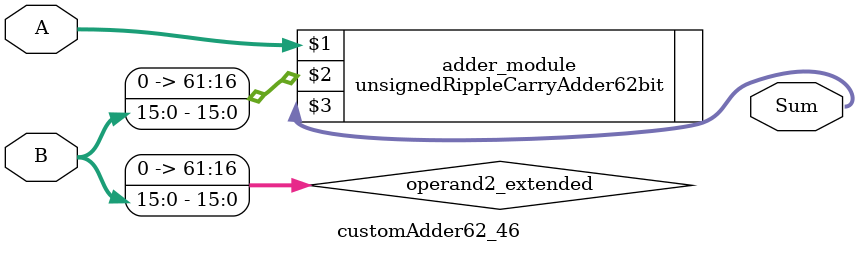
<source format=v>
module customAdder62_46(
                        input [61 : 0] A,
                        input [15 : 0] B,
                        
                        output [62 : 0] Sum
                );

        wire [61 : 0] operand2_extended;
        
        assign operand2_extended =  {46'b0, B};
        
        unsignedRippleCarryAdder62bit adder_module(
            A,
            operand2_extended,
            Sum
        );
        
        endmodule
        
</source>
